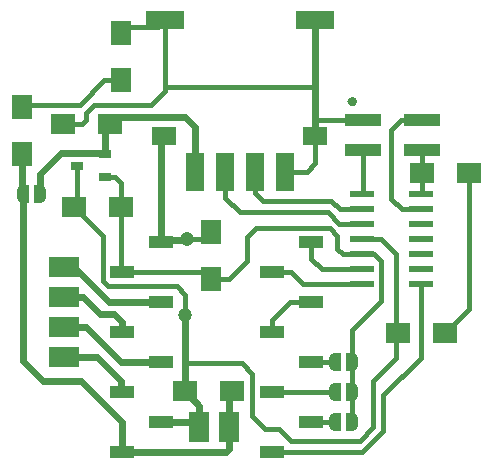
<source format=gbr>
%TF.GenerationSoftware,KiCad,Pcbnew,7.0.1*%
%TF.CreationDate,2024-04-02T19:32:24+05:30*%
%TF.ProjectId,SAMD11_DRV8825_NEM17,53414d44-3131-45f4-9452-56383832355f,rev?*%
%TF.SameCoordinates,Original*%
%TF.FileFunction,Copper,L1,Top*%
%TF.FilePolarity,Positive*%
%FSLAX46Y46*%
G04 Gerber Fmt 4.6, Leading zero omitted, Abs format (unit mm)*
G04 Created by KiCad (PCBNEW 7.0.1) date 2024-04-02 19:32:24*
%MOMM*%
%LPD*%
G01*
G04 APERTURE LIST*
G04 Aperture macros list*
%AMFreePoly0*
4,1,19,0.500000,-0.750000,0.000000,-0.750000,0.000000,-0.744911,-0.071157,-0.744911,-0.207708,-0.704816,-0.327430,-0.627875,-0.420627,-0.520320,-0.479746,-0.390866,-0.500000,-0.250000,-0.500000,0.250000,-0.479746,0.390866,-0.420627,0.520320,-0.327430,0.627875,-0.207708,0.704816,-0.071157,0.744911,0.000000,0.744911,0.000000,0.750000,0.500000,0.750000,0.500000,-0.750000,0.500000,-0.750000,
$1*%
%AMFreePoly1*
4,1,19,0.000000,0.744911,0.071157,0.744911,0.207708,0.704816,0.327430,0.627875,0.420627,0.520320,0.479746,0.390866,0.500000,0.250000,0.500000,-0.250000,0.479746,-0.390866,0.420627,-0.520320,0.327430,-0.627875,0.207708,-0.704816,0.071157,-0.744911,0.000000,-0.744911,0.000000,-0.750000,-0.500000,-0.750000,-0.500000,0.750000,0.000000,0.750000,0.000000,0.744911,0.000000,0.744911,
$1*%
G04 Aperture macros list end*
%TA.AperFunction,EtchedComponent*%
%ADD10C,0.400000*%
%TD*%
%TA.AperFunction,SMDPad,CuDef*%
%ADD11R,1.700000X2.000000*%
%TD*%
%TA.AperFunction,SMDPad,CuDef*%
%ADD12R,2.000000X1.700000*%
%TD*%
%TA.AperFunction,SMDPad,CuDef*%
%ADD13R,1.700000X2.500000*%
%TD*%
%TA.AperFunction,SMDPad,CuDef*%
%ADD14R,1.600000X3.200000*%
%TD*%
%TA.AperFunction,SMDPad,CuDef*%
%ADD15R,2.000000X1.600000*%
%TD*%
%TA.AperFunction,SMDPad,CuDef*%
%ADD16R,3.200000X1.600000*%
%TD*%
%TA.AperFunction,SMDPad,CuDef*%
%ADD17R,2.000000X0.600000*%
%TD*%
%TA.AperFunction,SMDPad,CuDef*%
%ADD18R,1.000000X0.700000*%
%TD*%
%TA.AperFunction,SMDPad,CuDef*%
%ADD19FreePoly0,180.000000*%
%TD*%
%TA.AperFunction,SMDPad,CuDef*%
%ADD20FreePoly1,180.000000*%
%TD*%
%TA.AperFunction,SMDPad,CuDef*%
%ADD21R,2.000000X1.000000*%
%TD*%
%TA.AperFunction,SMDPad,CuDef*%
%ADD22R,3.150000X1.000000*%
%TD*%
%TA.AperFunction,SMDPad,CuDef*%
%ADD23R,2.500000X1.700000*%
%TD*%
%TA.AperFunction,ViaPad*%
%ADD24C,1.200000*%
%TD*%
%TA.AperFunction,Conductor*%
%ADD25C,0.600000*%
%TD*%
%TA.AperFunction,Conductor*%
%ADD26C,0.400000*%
%TD*%
G04 APERTURE END LIST*
%TO.C,J1*%
D10*
X199590600Y-67290800D02*
G75*
G03*
X199590600Y-67290800I-200000J0D01*
G01*
%TD*%
D11*
%TO.P,C4,1*%
%TO.N,+3V3*%
X187452000Y-82296000D03*
%TO.P,C4,2*%
%TO.N,GND*%
X187452000Y-78296000D03*
%TD*%
D12*
%TO.P,D1,1,K*%
%TO.N,GND*%
X203232000Y-86868000D03*
%TO.P,D1,2,A*%
%TO.N,Net-(D1-A)*%
X207232000Y-86868000D03*
%TD*%
%TO.P,C3,1*%
%TO.N,VCC*%
X189236800Y-91825500D03*
%TO.P,C3,2*%
%TO.N,GND*%
X185236800Y-91825500D03*
%TD*%
D13*
%TO.P,J4,1,Pin_1*%
%TO.N,VCC*%
X188976000Y-94855000D03*
%TO.P,J4,2,Pin_2*%
%TO.N,GND*%
X186436000Y-94855000D03*
%TD*%
D14*
%TO.P,J2,1,VBUS*%
%TO.N,+5V*%
X186073900Y-73208700D03*
%TO.P,J2,2,D+*%
%TO.N,DP*%
X188613900Y-73208700D03*
%TO.P,J2,3,D-*%
%TO.N,DM*%
X191153900Y-73208700D03*
%TO.P,J2,4,GND*%
%TO.N,GND*%
X193693900Y-73208700D03*
D15*
%TO.P,J2,5,Shield*%
X183417203Y-70195823D03*
D16*
X183520102Y-60378460D03*
X196209866Y-60374635D03*
D15*
X196220706Y-70186200D03*
%TD*%
D11*
%TO.P,D2,1,K*%
%TO.N,GND*%
X179832000Y-61500000D03*
%TO.P,D2,2,A*%
%TO.N,Net-(D2-A)*%
X179832000Y-65500000D03*
%TD*%
D17*
%TO.P,U1,1,PA05*%
%TO.N,EN*%
X205171500Y-82748800D03*
%TO.P,U1,2,PA08/XIN*%
%TO.N,unconnected-(U1-PA08{slash}XIN-Pad2)*%
X205171500Y-81478800D03*
%TO.P,U1,3,PA09/XOUT*%
%TO.N,unconnected-(U1-PA09{slash}XOUT-Pad3)*%
X205171500Y-80208800D03*
%TO.P,U1,4,PA14*%
%TO.N,unconnected-(U1-PA14-Pad4)*%
X205171500Y-78938800D03*
%TO.P,U1,5,PA15*%
%TO.N,unconnected-(U1-PA15-Pad5)*%
X205171500Y-77668800D03*
%TO.P,U1,6,PA28/~{RST}*%
%TO.N,RST*%
X205171500Y-76398800D03*
%TO.P,U1,7,PA30/SWCLK*%
%TO.N,CLK*%
X205171500Y-75128800D03*
%TO.P,U1,8,PA31/SWDIO*%
%TO.N,DIO*%
X200221500Y-75128800D03*
%TO.P,U1,9,PA24*%
%TO.N,DM*%
X200221500Y-76398800D03*
%TO.P,U1,10,PA25*%
%TO.N,DP*%
X200221500Y-77668800D03*
%TO.P,U1,11,GND*%
%TO.N,GND*%
X200221500Y-78938800D03*
%TO.P,U1,12,VDD*%
%TO.N,+3V3*%
X200221500Y-80208800D03*
%TO.P,U1,13,PA02*%
%TO.N,DIR*%
X200221500Y-81478800D03*
%TO.P,U1,14,PA04*%
%TO.N,STEP*%
X200221500Y-82748800D03*
%TD*%
D12*
%TO.P,C2,1*%
%TO.N,+3V3*%
X179800000Y-76200000D03*
%TO.P,C2,2*%
%TO.N,GND*%
X175800000Y-76200000D03*
%TD*%
D18*
%TO.P,U2,1,VO*%
%TO.N,+3V3*%
X178492000Y-73660000D03*
%TO.P,U2,2,VI*%
%TO.N,+5V*%
X178492000Y-71760000D03*
%TO.P,U2,3,GND*%
%TO.N,GND*%
X176092000Y-72710000D03*
%TD*%
D19*
%TO.P,JP4,1,A*%
%TO.N,+5V*%
X172931073Y-75136602D03*
D20*
%TO.P,JP4,2,B*%
%TO.N,VCC*%
X171531073Y-75136602D03*
%TD*%
D11*
%TO.P,R2,1*%
%TO.N,VCC*%
X171405200Y-71765300D03*
%TO.P,R2,2*%
%TO.N,Net-(D2-A)*%
X171405200Y-67765300D03*
%TD*%
D12*
%TO.P,C1,1*%
%TO.N,+5V*%
X178910000Y-69215000D03*
%TO.P,C1,2*%
%TO.N,GND*%
X174910000Y-69215000D03*
%TD*%
%TO.P,R1,1*%
%TO.N,CLK*%
X205264000Y-73335100D03*
%TO.P,R1,2*%
%TO.N,Net-(D1-A)*%
X209264000Y-73335100D03*
%TD*%
D19*
%TO.P,JP2,1,A*%
%TO.N,+3V3*%
X199347073Y-89356702D03*
D20*
%TO.P,JP2,2,B*%
%TO.N,M2*%
X197947073Y-89356702D03*
%TD*%
D21*
%TO.P,A1,1,GND*%
%TO.N,GND*%
X183203941Y-79167199D03*
%TO.P,A1,2,~{FLT}*%
%TO.N,+3V3*%
X179903941Y-81707199D03*
%TO.P,A1,3,A2*%
%TO.N,Net-(A1-A2)*%
X183203941Y-84247199D03*
%TO.P,A1,4,A1*%
%TO.N,Net-(A1-A1)*%
X179903941Y-86787199D03*
%TO.P,A1,5,B1*%
%TO.N,Net-(A1-B1)*%
X183203941Y-89327199D03*
%TO.P,A1,6,B2*%
%TO.N,Net-(A1-B2)*%
X179903941Y-91867199D03*
%TO.P,A1,7,GND*%
%TO.N,GND*%
X183203941Y-94407199D03*
%TO.P,A1,8,VMOT*%
%TO.N,VCC*%
X179903941Y-96947199D03*
%TO.P,A1,9,~{EN}*%
%TO.N,EN*%
X192603941Y-96947199D03*
%TO.P,A1,10,M0*%
%TO.N,M0*%
X195903941Y-94407199D03*
%TO.P,A1,11,M1*%
%TO.N,M3*%
X192603941Y-91867199D03*
%TO.P,A1,12,M2*%
%TO.N,M2*%
X195903941Y-89327199D03*
%TO.P,A1,13,~{RST}*%
%TO.N,Net-(A1-~{RST})*%
X192603941Y-86787199D03*
%TO.P,A1,14,~{SLP}*%
X195903941Y-84247199D03*
%TO.P,A1,15,STEP*%
%TO.N,STEP*%
X192603941Y-81707199D03*
%TO.P,A1,16,DIR*%
%TO.N,DIR*%
X195903941Y-79167199D03*
%TD*%
D19*
%TO.P,JP1,1,A*%
%TO.N,+3V3*%
X199347073Y-94389302D03*
D20*
%TO.P,JP1,2,B*%
%TO.N,M0*%
X197947073Y-94389302D03*
%TD*%
D19*
%TO.P,JP3,1,A*%
%TO.N,+3V3*%
X199347073Y-91849302D03*
D20*
%TO.P,JP3,2,B*%
%TO.N,M3*%
X197947073Y-91849302D03*
%TD*%
D22*
%TO.P,J1,1*%
%TO.N,GND*%
X200265600Y-68820800D03*
%TO.P,J1,2*%
%TO.N,RST*%
X205315600Y-68820800D03*
%TO.P,J1,3*%
%TO.N,DIO*%
X200265600Y-71360800D03*
%TO.P,J1,4*%
%TO.N,CLK*%
X205315600Y-71360800D03*
%TD*%
D23*
%TO.P,J3,1,Pin_1*%
%TO.N,Net-(A1-B2)*%
X175020000Y-88890000D03*
%TO.P,J3,2,Pin_2*%
%TO.N,Net-(A1-B1)*%
X175020000Y-86350000D03*
%TO.P,J3,3,Pin_3*%
%TO.N,Net-(A1-A1)*%
X175020000Y-83810000D03*
%TO.P,J3,4,Pin_4*%
%TO.N,Net-(A1-A2)*%
X175020000Y-81270000D03*
%TD*%
D24*
%TO.N,GND*%
X185219614Y-85337934D03*
X185426065Y-78901427D03*
%TD*%
D25*
%TO.N,GND*%
X183330265Y-79040875D02*
X183203941Y-79167199D01*
D26*
X183520102Y-66040000D02*
X183520102Y-61468000D01*
D25*
X183203941Y-94407199D02*
X185988199Y-94407199D01*
D26*
X185246675Y-85310873D02*
X185219614Y-85337934D01*
X203101479Y-89006521D02*
X203101479Y-80218679D01*
X185426065Y-78901427D02*
X186846573Y-78901427D01*
X175800000Y-76200000D02*
X178303941Y-78703941D01*
X193819000Y-73083600D02*
X193693900Y-73208700D01*
D25*
X186436000Y-93024700D02*
X185236800Y-91825500D01*
D26*
X196220706Y-72511294D02*
X196220706Y-70186200D01*
X182919207Y-60979355D02*
X180352645Y-60979355D01*
X194203941Y-96012000D02*
X200036630Y-96012000D01*
X180352645Y-60979355D02*
X179832000Y-61500000D01*
X176092000Y-72710000D02*
X176092000Y-75908000D01*
D25*
X185236800Y-85344000D02*
X185225680Y-85344000D01*
X183203941Y-79167199D02*
X183203941Y-70409085D01*
D26*
X178303941Y-78703941D02*
X178303941Y-82491641D01*
D25*
X183520102Y-70092924D02*
X183417203Y-70195823D01*
D26*
X200036630Y-96012000D02*
X201168000Y-94880630D01*
X183520102Y-66040000D02*
X196220706Y-66040000D01*
D25*
X196220706Y-68608712D02*
X196220706Y-66040000D01*
D26*
X185236800Y-89408000D02*
X190016450Y-89408000D01*
X183520102Y-61468000D02*
X183520102Y-60378460D01*
D25*
X183203941Y-70409085D02*
X183417203Y-70195823D01*
D26*
X193693900Y-73208700D02*
X195523300Y-73208700D01*
X201168000Y-94880630D02*
X201168000Y-90940000D01*
X186846573Y-78901427D02*
X187452000Y-78296000D01*
D25*
X185236800Y-91825500D02*
X185236800Y-85344000D01*
X185426065Y-78901427D02*
X185286617Y-79040875D01*
X185286617Y-79040875D02*
X183330265Y-79040875D01*
D26*
X192024000Y-94996000D02*
X193187941Y-94996000D01*
X178717931Y-82905631D02*
X184505631Y-82905631D01*
X176824495Y-68868192D02*
X176824495Y-68250505D01*
X203101479Y-80218679D02*
X201821600Y-78938800D01*
X185426065Y-78901427D02*
X185189400Y-79138092D01*
X177511000Y-67564000D02*
X182372000Y-67564000D01*
X174910000Y-69215000D02*
X176477687Y-69215000D01*
D25*
X185988199Y-94407199D02*
X186436000Y-94855000D01*
D26*
X190016450Y-89408000D02*
X190920400Y-90311950D01*
X182372000Y-67564000D02*
X183520102Y-66415898D01*
X176824495Y-68250505D02*
X177511000Y-67564000D01*
X200265600Y-68820800D02*
X196432794Y-68820800D01*
X176477687Y-69215000D02*
X176824495Y-68868192D01*
D25*
X186436000Y-94855000D02*
X186436000Y-93024700D01*
D26*
X183520102Y-66415898D02*
X183520102Y-66040000D01*
D25*
X196220706Y-70186200D02*
X196220706Y-68608712D01*
D26*
X201168000Y-90940000D02*
X203101479Y-89006521D01*
D25*
X196220706Y-66040000D02*
X196220706Y-60385475D01*
D26*
X193187941Y-94996000D02*
X194203941Y-96012000D01*
X195523300Y-73208700D02*
X196220706Y-72511294D01*
X201821600Y-78938800D02*
X200221500Y-78938800D01*
D25*
X185225680Y-85344000D02*
X185219614Y-85337934D01*
D26*
X190920400Y-93892400D02*
X192024000Y-94996000D01*
X184505631Y-82905631D02*
X185246675Y-83646675D01*
X193819000Y-72588000D02*
X193819000Y-73083600D01*
X176092000Y-75908000D02*
X175800000Y-76200000D01*
X190920400Y-90311950D02*
X190920400Y-93892400D01*
X185246675Y-83646675D02*
X185246675Y-85310873D01*
X183520102Y-60378460D02*
X182919207Y-60979355D01*
X178303941Y-82491641D02*
X178717931Y-82905631D01*
X185189400Y-79138092D02*
X185189400Y-79167200D01*
X196432794Y-68820800D02*
X196220706Y-68608712D01*
D25*
X196220706Y-60385475D02*
X196209866Y-60374635D01*
D26*
%TO.N,+3V3*%
X200221500Y-80208800D02*
X198572800Y-80208800D01*
X198120000Y-79756000D02*
X198120000Y-78632500D01*
X179800000Y-81603258D02*
X179800000Y-77000100D01*
X179903900Y-81707200D02*
X186863200Y-81707200D01*
X199347073Y-89356702D02*
X199347073Y-91849302D01*
X179324000Y-73660000D02*
X178492000Y-73660000D01*
X179832000Y-74168000D02*
X179324000Y-73660000D01*
X188976000Y-82296000D02*
X187452000Y-82296000D01*
X197517000Y-78029500D02*
X191210500Y-78029500D01*
X199347073Y-94389302D02*
X199347073Y-91849302D01*
X179903941Y-81707199D02*
X179800000Y-81603258D01*
X201825800Y-84178200D02*
X201825800Y-80772000D01*
X199347073Y-89356702D02*
X199347073Y-86656927D01*
X198572800Y-80208800D02*
X198120000Y-79756000D01*
X201262600Y-80208800D02*
X200221500Y-80208800D01*
X198120000Y-78632500D02*
X197517000Y-78029500D01*
X179832000Y-75431900D02*
X179832000Y-74168000D01*
X191210500Y-78029500D02*
X190500000Y-78740000D01*
X180600100Y-76200000D02*
X179832000Y-75431900D01*
X201825800Y-80772000D02*
X201262600Y-80208800D01*
X179800000Y-76200000D02*
X180600100Y-76200000D01*
X179800000Y-77000100D02*
X180600100Y-76200000D01*
X199347073Y-86656927D02*
X201825800Y-84178200D01*
X186863200Y-81707200D02*
X187452000Y-82296000D01*
X190500000Y-78740000D02*
X190500000Y-80772000D01*
X190500000Y-80772000D02*
X188976000Y-82296000D01*
D25*
%TO.N,Net-(A1-A2)*%
X175809508Y-81270000D02*
X175020000Y-81270000D01*
X178786707Y-84247199D02*
X175809508Y-81270000D01*
X183203941Y-84247199D02*
X178786707Y-84247199D01*
%TO.N,Net-(A1-A1)*%
X179903941Y-85923941D02*
X179903941Y-86787199D01*
X177991335Y-85247199D02*
X179227199Y-85247199D01*
X175020000Y-83810000D02*
X176554136Y-83810000D01*
X179227199Y-85247199D02*
X179903941Y-85923941D01*
X176554136Y-83810000D02*
X177991335Y-85247199D01*
%TO.N,Net-(A1-B1)*%
X176870000Y-86350000D02*
X179847199Y-89327199D01*
X179847199Y-89327199D02*
X183203941Y-89327199D01*
X175020000Y-86350000D02*
X176870000Y-86350000D01*
%TO.N,Net-(A1-B2)*%
X179832000Y-90932000D02*
X179832000Y-91795258D01*
X179832000Y-91795258D02*
X179903941Y-91867199D01*
X175020000Y-88890000D02*
X177790000Y-88890000D01*
X177790000Y-88890000D02*
X179832000Y-90932000D01*
%TO.N,VCC*%
X171405200Y-71765300D02*
X171405200Y-75010729D01*
X188976000Y-92086300D02*
X189236800Y-91825500D01*
X188976000Y-94855000D02*
X188976000Y-96705000D01*
X188733801Y-96947199D02*
X179903941Y-96947199D01*
X188976000Y-94855000D02*
X188976000Y-92086300D01*
X188976000Y-96705000D02*
X188733801Y-96947199D01*
X173228000Y-90932000D02*
X171531073Y-89235073D01*
X171405200Y-75010729D02*
X171531073Y-75136602D01*
X179903941Y-96947199D02*
X179903941Y-94404929D01*
X171531073Y-89235073D02*
X171531073Y-75136602D01*
X179903941Y-94404929D02*
X176431012Y-90932000D01*
X176431012Y-90932000D02*
X173228000Y-90932000D01*
D26*
%TO.N,EN*%
X200232800Y-96947200D02*
X201968000Y-95212000D01*
X192603900Y-96947200D02*
X200232800Y-96947200D01*
X205171500Y-88960500D02*
X205171500Y-82748800D01*
X201968000Y-92164000D02*
X205171500Y-88960500D01*
X201968000Y-95212000D02*
X201968000Y-92164000D01*
%TO.N,M0*%
X197929176Y-94407199D02*
X197947073Y-94389302D01*
X195903941Y-94407199D02*
X197929176Y-94407199D01*
%TO.N,M3*%
X197929176Y-91867199D02*
X197947073Y-91849302D01*
X192603941Y-91867199D02*
X197929176Y-91867199D01*
%TO.N,M2*%
X197917570Y-89327199D02*
X197947073Y-89356702D01*
X195903941Y-89327199D02*
X197917570Y-89327199D01*
%TO.N,Net-(A1-~{RST})*%
X194136801Y-84247199D02*
X192603941Y-85780059D01*
X195903941Y-84247199D02*
X194136801Y-84247199D01*
X192603941Y-85780059D02*
X192603941Y-86787199D01*
%TO.N,STEP*%
X194204000Y-81707200D02*
X195245600Y-82748800D01*
X195245600Y-82748800D02*
X200221500Y-82748800D01*
X192603900Y-81707200D02*
X194204000Y-81707200D01*
%TO.N,DIR*%
X196794800Y-81478800D02*
X200221500Y-81478800D01*
X195903900Y-80587900D02*
X196794800Y-81478800D01*
X195903900Y-79167200D02*
X195903900Y-80587900D01*
D25*
%TO.N,+5V*%
X174720000Y-71660000D02*
X178308000Y-71660000D01*
X185203800Y-68580000D02*
X186073900Y-69450100D01*
X186073900Y-73208700D02*
X185980400Y-73302200D01*
X179545000Y-68580000D02*
X185203800Y-68580000D01*
X178492000Y-71760000D02*
X178492000Y-69633000D01*
X178392000Y-71660000D02*
X178492000Y-71760000D01*
X178910000Y-69215000D02*
X179545000Y-68580000D01*
X172931073Y-73448927D02*
X174720000Y-71660000D01*
X172931073Y-75136602D02*
X172931073Y-73448927D01*
X186073900Y-69450100D02*
X186073900Y-73208700D01*
X178308000Y-71660000D02*
X178392000Y-71660000D01*
X178492000Y-69633000D02*
X178910000Y-69215000D01*
D26*
%TO.N,Net-(D1-A)*%
X209417400Y-73335100D02*
X209264000Y-73335100D01*
X209548400Y-73204100D02*
X209417400Y-73335100D01*
X209264000Y-84836000D02*
X209264000Y-73335100D01*
X207232000Y-86868000D02*
X209264000Y-84836000D01*
%TO.N,Net-(D2-A)*%
X178381900Y-65500000D02*
X176317900Y-67564000D01*
X171606500Y-67564000D02*
X171405200Y-67765300D01*
X179832000Y-65500000D02*
X178381900Y-65500000D01*
X176317900Y-67564000D02*
X171606500Y-67564000D01*
%TO.N,RST*%
X202692000Y-75519400D02*
X202692000Y-69667218D01*
X203571400Y-76398800D02*
X202692000Y-75519400D01*
X203538418Y-68820800D02*
X205315600Y-68820800D01*
X205171500Y-76398800D02*
X203571400Y-76398800D01*
X202692000Y-69667218D02*
X203538418Y-68820800D01*
%TO.N,DIO*%
X200265600Y-71360800D02*
X200265600Y-75084700D01*
X200265600Y-75084700D02*
X200221500Y-75128800D01*
%TO.N,CLK*%
X205264000Y-75036300D02*
X205171500Y-75128800D01*
X205315600Y-73283500D02*
X205264000Y-73335100D01*
X205264000Y-73335100D02*
X205264000Y-75036300D01*
X205315600Y-71360800D02*
X205315600Y-73283500D01*
%TO.N,DP*%
X189879222Y-76674122D02*
X197293322Y-76674122D01*
X197293322Y-76674122D02*
X198288000Y-77668800D01*
X198288000Y-77668800D02*
X200221500Y-77668800D01*
X188613900Y-73208700D02*
X188613900Y-75408800D01*
X188613900Y-75408800D02*
X189879222Y-76674122D01*
%TO.N,DM*%
X198318800Y-76398800D02*
X197612000Y-75692000D01*
X191799200Y-75692000D02*
X191153900Y-75046700D01*
X197612000Y-75692000D02*
X191799200Y-75692000D01*
X200221500Y-76398800D02*
X198318800Y-76398800D01*
X191153900Y-75046700D02*
X191153900Y-73208700D01*
%TD*%
M02*

</source>
